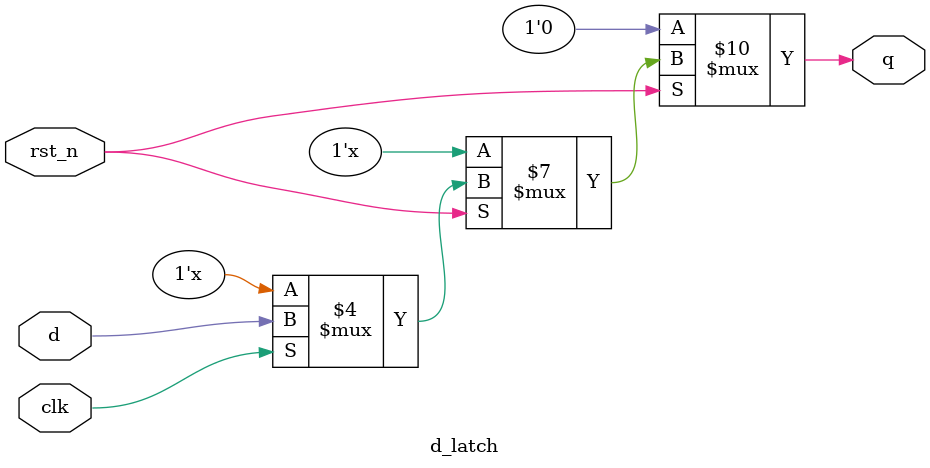
<source format=v>
/*
 * Copyright (c) 2024 Ciro Cattuto <ciro.cattuto@gmail.com>
 * SPDX-License-Identifier: Apache-2.0
 */

`default_nettype none

module tt_um_cattuto_sr_latch (
    input  wire [7:0] ui_in,    // Dedicated inputs
    output wire [7:0] uo_out,   // Dedicated outputs
    input  wire [7:0] uio_in,   // IOs: Input path
    output wire [7:0] uio_out,  // IOs: Output path
    output wire [7:0] uio_oe,   // IOs: Enable path (active high: 0=input, 1=output)
    input  wire       ena,      // always 1 when the design is powered, so you can ignore it
    input  wire       clk,      // clock
    input  wire       rst_n     // reset_n - low to reset
);

  // All output pins must be assigned. If not used, assign to 0.
  assign uo_out[7:1] = 0;
  assign uio_out = 0;
  assign uio_oe  = 0;

  // List all unused inputs to prevent warnings
  wire _unused = &{ena, clk, rst_n, 1'b0};

  wire sr_in, sr_out;
  assign sr_in = ui_in[0];
  assign uo_out[0] = sr_out;

  parameter SR_LEN = 128; // Default length of the shift register

  // Internal signals for the two-phase clock generation
  reg clk1;
  reg clk2;

  // Two-phase clock generation
  always @(posedge clk or negedge rst_n) begin
    if (!rst_n) begin
      clk1 <= 0;
      clk2 <= 0;
    end else begin
      clk1 <= ~clk1;
      clk2 <= clk1; // clk2 is the inverted version of clk1, offset by half clock cycle
    end
  end

  // Internal signals for the latches
  wire [SR_LEN-1:0] q;

  // Generate shift register with alternating clock phases
  genvar i;
  generate
    for (i = 0; i < SR_LEN; i = i + 1) begin : shift_reg
      if (i == 0) begin
        // First latch takes input from sr_in
        d_latch latch (.d(sr_in), .clk((i % 2) ? clk2 : clk1), .rst_n(rst_n), .q(q[i]));
      end else begin
        // Subsequent latches take input from previous latch
        d_latch latch (.d(q[i-1]), .clk((i % 2) ? clk2 : clk1), .rst_n(rst_n), .q(q[i]));
      end
    end
  endgenerate

  // Output assignment
  assign sr_out = q[SR_LEN-1];    // Output the last latch value

endmodule


module d_latch (
    input  wire d,
    input  wire clk,
    input  wire rst_n,
    output reg q
);

  always @* begin
    if (!rst_n) begin
      q = 0;   // Reset output to 0 when rst_n is low
    end else if (clk) begin
      q = d;   // Latch the data when clk is high
    end
    // When clk is low, q retains its previous value
  end

endmodule

</source>
